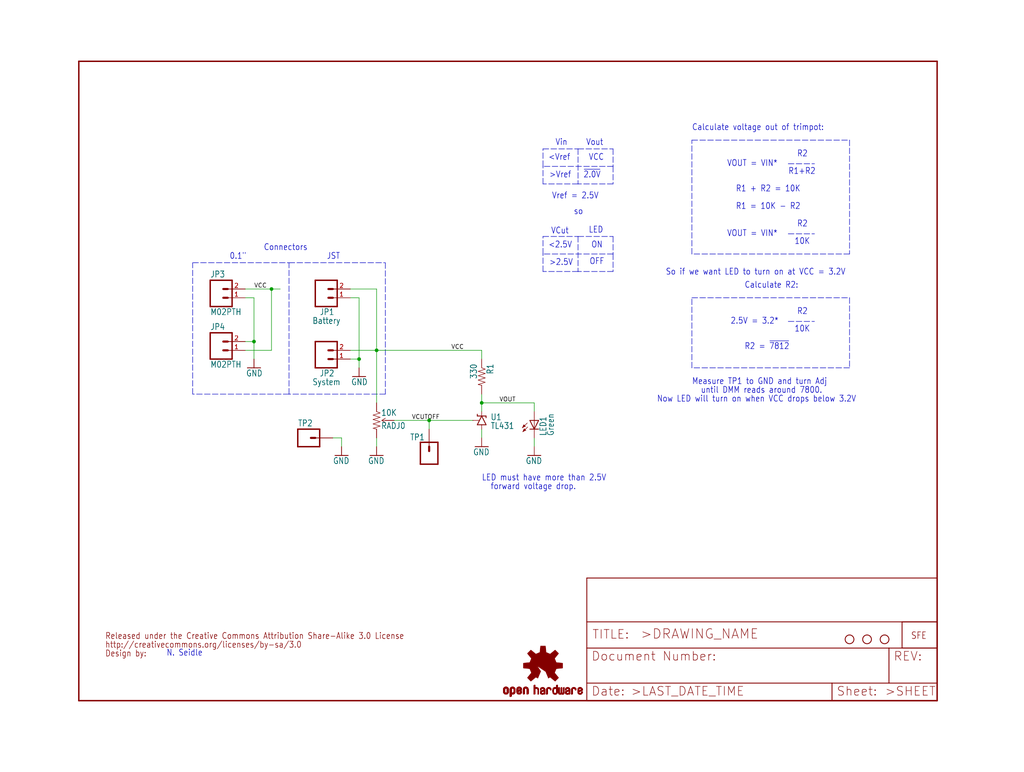
<source format=kicad_sch>
(kicad_sch (version 20211123) (generator eeschema)
  (paper "User" 297.002 223.926)
  (lib_symbols
    (symbol "eagleSchem-eagle-import:CREATIVE_COMMONS"
      (symbol "CREATIVE_COMMONS_1_0"
        (text "Design by:" (at 0 0 0) (effects (font (size 1.778 1.5113)) (justify left bottom)))
        (text "http://creativecommons.org/licenses/by-sa/3.0" (at 0 2.54 0) (effects (font (size 1.778 1.5113)) (justify left bottom)))
        (text "Released under the Creative Commons Attribution Share-Alike 3.0 License" (at 0 5.08 0) (effects (font (size 1.778 1.5113)) (justify left bottom)))
      )
    )
    (symbol "eagleSchem-eagle-import:FRAME-LETTER"
      (symbol "FRAME-LETTER_2_0"
        (text ">DRAWING_NAME" (at 15.494 17.78 0) (effects (font (size 2.7432 2.7432)) (justify left bottom)))
        (text ">LAST_DATE_TIME" (at 12.7 1.27 0) (effects (font (size 2.54 2.54)) (justify left bottom)))
        (text ">SHEET" (at 86.36 1.27 0) (effects (font (size 2.54 2.54)) (justify left bottom)))
        (text "Date:" (at 1.27 1.27 0) (effects (font (size 2.54 2.54)) (justify left bottom)))
        (text "Document Number:" (at 1.27 11.43 0) (effects (font (size 2.54 2.54)) (justify left bottom)))
        (text "REV:" (at 88.9 11.43 0) (effects (font (size 2.54 2.54)) (justify left bottom)))
        (text "Sheet:" (at 72.39 1.27 0) (effects (font (size 2.54 2.54)) (justify left bottom)))
        (text "TITLE:" (at 1.524 17.78 0) (effects (font (size 2.54 2.54)) (justify left bottom)))
      )
    )
    (symbol "eagleSchem-eagle-import:GND" (power)
      (property "Value" "GND" (at -2.54 -2.54 0))
      (symbol "GND_1_0"
        (pin power_in line (at 0 2.54 270) (length 2.54) (name "GND") (number "1"))
      )
    )
    (symbol "eagleSchem-eagle-import:LED10MM2"
      (property "Reference" "LED" (at 3.556 -4.572 90))
      (property "Value" "LED10MM2" (at 5.715 -4.572 90))
      (symbol "LED10MM2_1_0"
        (pin passive line (at 0 2.54 270) (length 2.54) (name "A") (number "A"))
        (pin passive line (at 0 -5.08 90) (length 2.54) (name "C") (number "K"))
      )
    )
    (symbol "eagleSchem-eagle-import:LOGO-SFENEW"
      (symbol "LOGO-SFENEW_1_0"
        (text "SFE" (at 0 0 0) (effects (font (size 1.9304 1.6408)) (justify left bottom)))
      )
    )
    (symbol "eagleSchem-eagle-import:M01PTH"
      (property "Reference" "JP" (at -2.54 3.302 0))
      (property "Value" "M01PTH" (at -2.54 -5.08 0))
      (symbol "M01PTH_1_0"
        (pin passive line (at 7.62 0 180) (length 5.08) (name "1") (number "1"))
      )
    )
    (symbol "eagleSchem-eagle-import:M02JST-PTH-2"
      (property "Reference" "JP" (at -2.54 5.842 0))
      (property "Value" "M02JST-PTH-2" (at -2.54 -5.08 0))
      (symbol "M02JST-PTH-2_1_0"
        (pin passive line (at 7.62 0 180) (length 5.08) (name "1") (number "1"))
        (pin passive line (at 7.62 2.54 180) (length 5.08) (name "2") (number "2"))
      )
    )
    (symbol "eagleSchem-eagle-import:M02PTH"
      (property "Reference" "JP" (at -2.54 5.842 0))
      (property "Value" "M02PTH" (at -2.54 -5.08 0))
      (symbol "M02PTH_1_0"
        (pin passive line (at 7.62 0 180) (length 5.08) (name "1") (number "1"))
        (pin passive line (at 7.62 2.54 180) (length 5.08) (name "2") (number "2"))
      )
    )
    (symbol "eagleSchem-eagle-import:OSHW-LOGOS")
    (symbol "eagleSchem-eagle-import:RESISTORAXIAL-0.3"
      (property "Reference" "R" (at -3.81 1.4986 0))
      (property "Value" "RESISTORAXIAL-0.3" (at -3.81 -3.302 0))
      (symbol "RESISTORAXIAL-0.3_1_0"
        (pin passive line (at -5.08 0 0) (length 2.54) (name "1") (number "P$1"))
        (pin passive line (at 5.08 0 180) (length 2.54) (name "2") (number "P$2"))
      )
    )
    (symbol "eagleSchem-eagle-import:STAND-OFF")
    (symbol "eagleSchem-eagle-import:TL431PTH"
      (property "Value" "TL431PTH" (at 2.54 -2.54 0))
      (symbol "TL431PTH_1_0"
        (pin bidirectional line (at -2.54 0 0) (length 0) (name "R") (number "1"))
        (pin passive line (at 0 -2.54 90) (length 0) (name "A") (number "2"))
        (pin passive line (at 0 2.54 270) (length 0) (name "C") (number "3"))
      )
    )
    (symbol "eagleSchem-eagle-import:TRIMPOT-PTH-KNOB"
      (property "Reference" "R" (at -11.43 1.4986 0))
      (property "Value" "TRIMPOT-PTH-KNOB" (at -3.81 -3.302 0))
      (symbol "TRIMPOT-PTH-KNOB_1_0"
        (pin passive line (at -5.08 0 0) (length 2.54) (name "CCW") (number "1"))
        (pin passive line (at 0 5.08 270) (length 2.54) (name "WIPER") (number "2"))
        (pin passive line (at 5.08 0 180) (length 2.54) (name "CW") (number "3"))
      )
    )
  )
  (junction (at 104.14 104.14))
  (junction (at 139.7 116.84))
  (junction (at 124.46 121.92))
  (junction (at 78.74 83.82))
  (junction (at 109.22 101.6))
  (junction (at 73.66 99.06))
  (polyline (pts (xy 177.8 43.18) (xy 177.8 48.26)))
  (wire (pts (xy 124.46 121.92) (xy 137.16 121.92)))
  (wire (pts (xy 96.52 127) (xy 99.06 127)))
  (polyline (pts (xy 246.38 86.36) (xy 246.38 106.68)))
  (polyline (pts (xy 228.6 47.498) (xy 236.22 47.498)))
  (polyline (pts (xy 177.8 48.26) (xy 157.48 48.26)))
  (polyline (pts (xy 167.64 43.18) (xy 177.8 43.18)))
  (polyline (pts (xy 246.38 40.64) (xy 246.38 73.66)))
  (polyline (pts (xy 167.64 43.18) (xy 167.64 53.34)))
  (polyline (pts (xy 83.82 114.3) (xy 55.88 114.3)))
  (polyline (pts (xy 177.8 68.58) (xy 177.8 73.66)))
  (polyline (pts (xy 200.66 40.64) (xy 246.38 40.64)))
  (wire (pts (xy 109.22 101.6) (xy 101.6 101.6)))
  (polyline (pts (xy 55.88 114.3) (xy 55.88 76.2)))
  (polyline (pts (xy 200.66 106.68) (xy 200.66 86.36)))
  (polyline (pts (xy 167.64 53.34) (xy 157.48 53.34)))
  (wire (pts (xy 73.66 99.06) (xy 73.66 104.14)))
  (wire (pts (xy 101.6 104.14) (xy 104.14 104.14)))
  (wire (pts (xy 139.7 101.6) (xy 139.7 104.14)))
  (polyline (pts (xy 228.6 93.218) (xy 236.22 93.218)))
  (polyline (pts (xy 83.82 76.2) (xy 111.76 76.2)))
  (polyline (pts (xy 167.64 68.58) (xy 167.64 78.74)))
  (wire (pts (xy 71.12 99.06) (xy 73.66 99.06)))
  (polyline (pts (xy 246.38 106.68) (xy 200.66 106.68)))
  (wire (pts (xy 71.12 101.6) (xy 78.74 101.6)))
  (wire (pts (xy 71.12 86.36) (xy 73.66 86.36)))
  (wire (pts (xy 104.14 104.14) (xy 104.14 86.36)))
  (wire (pts (xy 99.06 127) (xy 99.06 129.54)))
  (polyline (pts (xy 228.6 67.818) (xy 236.22 67.818)))
  (polyline (pts (xy 55.88 76.2) (xy 83.82 76.2)))
  (wire (pts (xy 139.7 101.6) (xy 109.22 101.6)))
  (wire (pts (xy 109.22 116.84) (xy 109.22 101.6)))
  (wire (pts (xy 101.6 83.82) (xy 109.22 83.82)))
  (wire (pts (xy 73.66 86.36) (xy 73.66 99.06)))
  (polyline (pts (xy 167.64 68.58) (xy 177.8 68.58)))
  (polyline (pts (xy 167.64 78.74) (xy 157.48 78.74)))
  (wire (pts (xy 139.7 114.3) (xy 139.7 116.84)))
  (polyline (pts (xy 111.76 114.3) (xy 83.82 114.3)))
  (wire (pts (xy 71.12 83.82) (xy 78.74 83.82)))
  (polyline (pts (xy 157.48 78.74) (xy 157.48 73.66)))
  (wire (pts (xy 154.94 129.54) (xy 154.94 127)))
  (polyline (pts (xy 111.76 76.2) (xy 111.76 114.3)))
  (polyline (pts (xy 246.38 73.66) (xy 200.66 73.66)))
  (wire (pts (xy 139.7 116.84) (xy 154.94 116.84)))
  (wire (pts (xy 154.94 116.84) (xy 154.94 119.38)))
  (polyline (pts (xy 177.8 73.66) (xy 177.8 78.74)))
  (polyline (pts (xy 200.66 86.36) (xy 246.38 86.36)))
  (wire (pts (xy 78.74 101.6) (xy 78.74 83.82)))
  (polyline (pts (xy 157.48 53.34) (xy 157.48 48.26)))
  (wire (pts (xy 139.7 124.46) (xy 139.7 127)))
  (polyline (pts (xy 157.48 73.66) (xy 157.48 68.58)))
  (polyline (pts (xy 200.66 73.66) (xy 200.66 40.64)))
  (polyline (pts (xy 177.8 73.66) (xy 157.48 73.66)))
  (wire (pts (xy 114.3 121.92) (xy 124.46 121.92)))
  (polyline (pts (xy 157.48 43.18) (xy 167.64 43.18)))
  (wire (pts (xy 109.22 129.54) (xy 109.22 127)))
  (polyline (pts (xy 83.82 114.3) (xy 83.82 76.2)))
  (wire (pts (xy 104.14 104.14) (xy 104.14 106.68)))
  (polyline (pts (xy 177.8 48.26) (xy 177.8 53.34)))
  (polyline (pts (xy 177.8 53.34) (xy 167.64 53.34)))
  (wire (pts (xy 109.22 83.82) (xy 109.22 101.6)))
  (polyline (pts (xy 157.48 68.58) (xy 167.64 68.58)))
  (wire (pts (xy 104.14 86.36) (xy 101.6 86.36)))
  (wire (pts (xy 139.7 116.84) (xy 139.7 119.38)))
  (wire (pts (xy 78.74 83.82) (xy 81.28 83.82)))
  (polyline (pts (xy 177.8 78.74) (xy 167.64 78.74)))
  (polyline (pts (xy 157.48 48.26) (xy 157.48 43.18)))
  (wire (pts (xy 124.46 124.46) (xy 124.46 121.92)))
  (text "10K" (at 230.378 71.12 180) (effects (font (size 1.778 1.5113)) (justify left bottom)))
  (text "<Vref" (at 159.004 46.736 180) (effects (font (size 1.778 1.5113)) (justify left bottom)))
  (text "so" (at 166.37 62.484 180) (effects (font (size 1.778 1.5113)) (justify left bottom)))
  (text "0.1\"" (at 66.548 75.438 180) (effects (font (size 1.778 1.5113)) (justify left bottom)))
  (text "VCC" (at 170.688 46.736 180) (effects (font (size 1.778 1.5113)) (justify left bottom)))
  (text "R1 + R2 = 10K" (at 213.36 55.88 180) (effects (font (size 1.778 1.5113)) (justify left bottom)))
  (text "ON" (at 171.45 72.136 180) (effects (font (size 1.778 1.5113)) (justify left bottom)))
  (text "JST" (at 94.742 75.438 180) (effects (font (size 1.778 1.5113)) (justify left bottom)))
  (text "So if we want LED to turn on at VCC = 3.2V" (at 193.04 80.01 180) (effects (font (size 1.778 1.5113)) (justify left bottom)))
  (text "VOUT = VIN*" (at 210.82 68.834 180) (effects (font (size 1.778 1.5113)) (justify left bottom)))
  (text "R2" (at 231.14 45.72 180) (effects (font (size 1.778 1.5113)) (justify left bottom)))
  (text "Measure TP1 to GND and turn Adj" (at 200.66 111.76 180) (effects (font (size 1.778 1.5113)) (justify left bottom)))
  (text "Vout" (at 169.926 42.418 180) (effects (font (size 1.778 1.5113)) (justify left bottom)))
  (text "Vin" (at 161.036 42.418 180) (effects (font (size 1.778 1.5113)) (justify left bottom)))
  (text "2.5V = 3.2*" (at 211.836 94.234 180) (effects (font (size 1.778 1.5113)) (justify left bottom)))
  (text "until DMM reads around 7800." (at 203.2 114.3 180) (effects (font (size 1.778 1.5113)) (justify left bottom)))
  (text "Vref = 2.5V" (at 160.02 57.912 180) (effects (font (size 1.778 1.5113)) (justify left bottom)))
  (text "Connectors" (at 76.454 72.898 180) (effects (font (size 1.778 1.5113)) (justify left bottom)))
  (text "Calculate R2:" (at 215.9 83.82 180) (effects (font (size 1.778 1.5113)) (justify left bottom)))
  (text "Now LED will turn on when VCC drops below 3.2V" (at 190.5 116.84 180) (effects (font (size 1.778 1.5113)) (justify left bottom)))
  (text "R1+R2" (at 228.6 50.8 180) (effects (font (size 1.778 1.5113)) (justify left bottom)))
  (text "10K" (at 230.378 96.52 180) (effects (font (size 1.778 1.5113)) (justify left bottom)))
  (text "VCut" (at 159.766 68.072 180) (effects (font (size 1.778 1.5113)) (justify left bottom)))
  (text ">2.5V" (at 159.258 77.216 180) (effects (font (size 1.778 1.5113)) (justify left bottom)))
  (text "OFF" (at 170.942 76.962 180) (effects (font (size 1.778 1.5113)) (justify left bottom)))
  (text "VOUT = VIN*" (at 210.82 48.514 180) (effects (font (size 1.778 1.5113)) (justify left bottom)))
  (text ">Vref" (at 159.258 51.816 180) (effects (font (size 1.778 1.5113)) (justify left bottom)))
  (text "forward voltage drop." (at 142.24 142.24 180) (effects (font (size 1.778 1.5113)) (justify left bottom)))
  (text "N. Seidle" (at 48.26 190.5 180) (effects (font (size 1.778 1.5113)) (justify left bottom)))
  (text "R2" (at 231.14 66.04 180) (effects (font (size 1.778 1.5113)) (justify left bottom)))
  (text "Calculate voltage out of trimpot:" (at 200.66 38.1 180) (effects (font (size 1.778 1.5113)) (justify left bottom)))
  (text "<2.5V" (at 159.004 72.136 180) (effects (font (size 1.778 1.5113)) (justify left bottom)))
  (text "R2" (at 231.14 91.44 180) (effects (font (size 1.778 1.5113)) (justify left bottom)))
  (text "R1 = 10K - R2" (at 213.36 60.96 180) (effects (font (size 1.778 1.5113)) (justify left bottom)))
  (text "LED must have more than 2.5V" (at 139.7 139.7 180) (effects (font (size 1.778 1.5113)) (justify left bottom)))
  (text "R2 = ~{7812}" (at 215.9 101.6 180) (effects (font (size 1.778 1.5113)) (justify left bottom)))
  (text "LED" (at 170.688 67.818 180) (effects (font (size 1.778 1.5113)) (justify left bottom)))
  (text "~{2.0V}" (at 169.164 51.816 180) (effects (font (size 1.778 1.5113)) (justify left bottom)))
  (label "VOUT" (at 144.78 116.84 0) (effects (font (size 1.2446 1.2446))))
  (label "VCUTOFF" (at 119.38 121.92 0) (effects (font (size 1.2446 1.2446))))
  (label "VCC" (at 130.81 101.6 0) (effects (font (size 1.2446 1.2446))))
  (label "VCC" (at 73.66 83.82 0) (effects (font (size 1.2446 1.2446))))
  (symbol (lib_id "eagleSchem-eagle-import:STAND-OFF") (at 256.54 185.42 0) (unit 1)
    (property "Reference" "JP31" (effects hide))
    (property "Value" "STAND-OFF" (effects hide))
    (property "Footprint" "eagleSchem:STAND-OFF" (effects hide))
  )
  (symbol (lib_id "eagleSchem-eagle-import:GND") (at 139.7 129.54 0) (unit 1)
    (property "Reference" "#GND21" (effects hide))
    (property "Value" "GND" (at 137.16 132.08 0) (effects (font (size 1.778 1.5113)) (justify left bottom)))
    (property "Footprint" "eagleSchem:" (effects hide))
  )
  (symbol (lib_id "eagleSchem-eagle-import:GND") (at 154.94 132.08 0) (unit 1)
    (property "Reference" "#GND20" (effects hide))
    (property "Value" "GND" (at 152.4 134.62 0) (effects (font (size 1.778 1.5113)) (justify left bottom)))
    (property "Footprint" "eagleSchem:" (effects hide))
  )
  (symbol (lib_id "eagleSchem-eagle-import:RESISTORAXIAL-0.3") (at 139.7 109.22 270) (unit 1)
    (property "Reference" "R1" (at 141.1986 105.41 0) (effects (font (size 1.778 1.5113)) (justify left bottom)))
    (property "Value" "330" (at 136.398 105.41 0) (effects (font (size 1.778 1.5113)) (justify left bottom)))
    (property "Footprint" "eagleSchem:AXIAL-0.3" (effects hide))
  )
  (symbol (lib_id "eagleSchem-eagle-import:STAND-OFF") (at 251.46 185.42 0) (unit 1)
    (property "Reference" "JP61" (effects hide))
    (property "Value" "STAND-OFF" (effects hide))
    (property "Footprint" "eagleSchem:STAND-OFF" (effects hide))
  )
  (symbol (lib_id "eagleSchem-eagle-import:GND") (at 99.06 132.08 0) (unit 1)
    (property "Reference" "#GND3" (effects hide))
    (property "Value" "GND" (at 96.52 134.62 0) (effects (font (size 1.778 1.5113)) (justify left bottom)))
    (property "Footprint" "eagleSchem:" (effects hide))
  )
  (symbol (lib_id "eagleSchem-eagle-import:M02JST-PTH-2") (at 93.98 86.36 0) (unit 1)
    (property "Reference" "JP1" (at 97.028 91.44 0) (effects (font (size 1.778 1.5113)) (justify right bottom)))
    (property "Value" "Battery" (at 98.806 93.98 0) (effects (font (size 1.778 1.5113)) (justify right bottom)))
    (property "Footprint" "eagleSchem:JST-2-PTH" (effects hide))
  )
  (symbol (lib_id "eagleSchem-eagle-import:M01PTH") (at 124.46 132.08 90) (unit 1)
    (property "Reference" "TP1" (at 118.872 127.762 90) (effects (font (size 1.778 1.5113)) (justify right top)))
    (property "Value" "TP1" (effects hide))
    (property "Footprint" "eagleSchem:1X01" (effects hide))
  )
  (symbol (lib_id "eagleSchem-eagle-import:M02PTH") (at 63.5 86.36 0) (unit 1)
    (property "Reference" "JP3" (at 60.96 80.518 0) (effects (font (size 1.778 1.5113)) (justify left bottom)))
    (property "Value" "M02PTH" (at 60.96 91.44 0) (effects (font (size 1.778 1.5113)) (justify left bottom)))
    (property "Footprint" "eagleSchem:1X02" (effects hide))
  )
  (symbol (lib_id "eagleSchem-eagle-import:TL431PTH") (at 139.7 121.92 0) (unit 1)
    (property "Reference" "U1" (at 142.24 121.92 0) (effects (font (size 1.778 1.5113)) (justify left bottom)))
    (property "Value" "TL431" (at 142.24 124.46 0) (effects (font (size 1.778 1.5113)) (justify left bottom)))
    (property "Footprint" "eagleSchem:TO-92" (effects hide))
  )
  (symbol (lib_id "eagleSchem-eagle-import:LED10MM2") (at 154.94 121.92 0) (unit 1)
    (property "Reference" "LED1" (at 158.496 126.492 90) (effects (font (size 1.778 1.5113)) (justify left bottom)))
    (property "Value" "Green" (at 160.655 126.492 90) (effects (font (size 1.778 1.5113)) (justify left bottom)))
    (property "Footprint" "eagleSchem:LED10MM-2" (effects hide))
  )
  (symbol (lib_id "eagleSchem-eagle-import:GND") (at 104.14 109.22 0) (mirror y) (unit 1)
    (property "Reference" "#GND1" (effects hide))
    (property "Value" "GND" (at 106.68 111.76 0) (effects (font (size 1.778 1.5113)) (justify left bottom)))
    (property "Footprint" "eagleSchem:" (effects hide))
  )
  (symbol (lib_id "eagleSchem-eagle-import:OSHW-LOGOS") (at 157.48 193.04 0) (unit 1)
    (property "Reference" "U$1" (effects hide))
    (property "Value" "OSHW-LOGOS" (effects hide))
    (property "Footprint" "eagleSchem:OSHW-LOGO-S" (effects hide))
  )
  (symbol (lib_id "eagleSchem-eagle-import:STAND-OFF") (at 246.38 185.42 0) (unit 1)
    (property "Reference" "JP41" (effects hide))
    (property "Value" "STAND-OFF" (effects hide))
    (property "Footprint" "eagleSchem:STAND-OFF" (effects hide))
  )
  (symbol (lib_id "eagleSchem-eagle-import:CREATIVE_COMMONS") (at 30.48 190.5 0) (unit 1)
    (property "Reference" "U$2" (effects hide))
    (property "Value" "CREATIVE_COMMONS" (effects hide))
    (property "Footprint" "eagleSchem:CREATIVE_COMMONS" (effects hide))
  )
  (symbol (lib_id "eagleSchem-eagle-import:GND") (at 109.22 132.08 0) (unit 1)
    (property "Reference" "#GND13" (effects hide))
    (property "Value" "GND" (at 106.68 134.62 0) (effects (font (size 1.778 1.5113)) (justify left bottom)))
    (property "Footprint" "eagleSchem:" (effects hide))
  )
  (symbol (lib_id "eagleSchem-eagle-import:M02PTH") (at 63.5 101.6 0) (unit 1)
    (property "Reference" "JP4" (at 60.96 95.758 0) (effects (font (size 1.778 1.5113)) (justify left bottom)))
    (property "Value" "M02PTH" (at 60.96 106.68 0) (effects (font (size 1.778 1.5113)) (justify left bottom)))
    (property "Footprint" "eagleSchem:1X02" (effects hide))
  )
  (symbol (lib_id "eagleSchem-eagle-import:FRAME-LETTER") (at 22.86 203.2 0) (unit 1)
    (property "Reference" "#FRAME1" (effects hide))
    (property "Value" "FRAME-LETTER" (effects hide))
    (property "Footprint" "eagleSchem:" (effects hide))
  )
  (symbol (lib_id "eagleSchem-eagle-import:M02JST-PTH-2") (at 93.98 104.14 0) (unit 1)
    (property "Reference" "JP2" (at 97.028 109.22 0) (effects (font (size 1.778 1.5113)) (justify right bottom)))
    (property "Value" "System" (at 98.806 111.76 0) (effects (font (size 1.778 1.5113)) (justify right bottom)))
    (property "Footprint" "eagleSchem:JST-2-PTH" (effects hide))
  )
  (symbol (lib_id "eagleSchem-eagle-import:LOGO-SFENEW") (at 264.16 185.42 0) (unit 1)
    (property "Reference" "JP51" (effects hide))
    (property "Value" "LOGO-SFENEW" (effects hide))
    (property "Footprint" "eagleSchem:SFE-NEW-WEBLOGO" (effects hide))
  )
  (symbol (lib_id "eagleSchem-eagle-import:M01PTH") (at 88.9 127 0) (unit 1)
    (property "Reference" "TP2" (at 86.36 123.698 0) (effects (font (size 1.778 1.5113)) (justify left bottom)))
    (property "Value" "TP2" (effects hide))
    (property "Footprint" "eagleSchem:1X01" (effects hide))
  )
  (symbol (lib_id "eagleSchem-eagle-import:TRIMPOT-PTH-KNOB") (at 109.22 121.92 270) (unit 1)
    (property "Reference" "RADJ0" (at 110.49 124.46 90) (effects (font (size 1.778 1.5113)) (justify left bottom)))
    (property "Value" "10K" (at 110.49 120.65 90) (effects (font (size 1.778 1.5113)) (justify left bottom)))
    (property "Footprint" "eagleSchem:3386U" (effects hide))
  )
  (symbol (lib_id "eagleSchem-eagle-import:GND") (at 73.66 106.68 0) (mirror y) (unit 1)
    (property "Reference" "#GND2" (effects hide))
    (property "Value" "GND" (at 76.2 109.22 0) (effects (font (size 1.778 1.5113)) (justify left bottom)))
    (property "Footprint" "eagleSchem:" (effects hide))
  )
  (symbol (lib_id "eagleSchem-eagle-import:FRAME-LETTER") (at 170.18 203.2 0) (unit 2)
    (property "Reference" "#FRAME1" (effects hide))
    (property "Value" "FRAME-LETTER" (effects hide))
    (property "Footprint" "eagleSchem:" (effects hide))
  )
)
</source>
